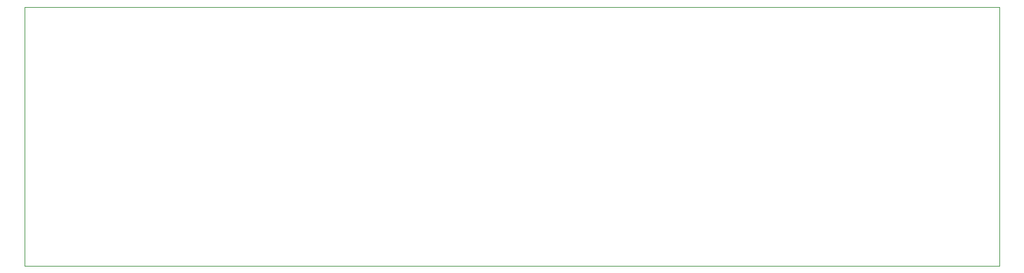
<source format=gm1>
G04 Layer_Color=16711935*
%FSLAX24Y24*%
%MOIN*%
G70*
G01*
G75*
%ADD114C,0.0039*%
D114*
X0Y-197D02*
X50197D01*
Y13189D01*
X0D02*
X50197D01*
X0Y-197D02*
Y13189D01*
M02*

</source>
